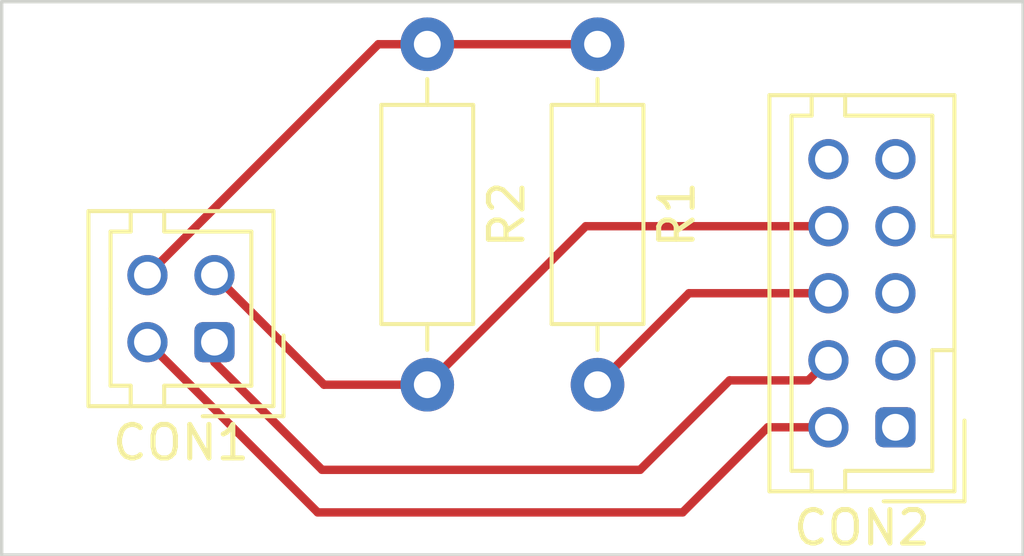
<source format=kicad_pcb>
(kicad_pcb (version 20171130) (host pcbnew 5.1.5+dfsg1-2build2)

  (general
    (thickness 1.6)
    (drawings 4)
    (tracks 19)
    (zones 0)
    (modules 4)
    (nets 12)
  )

  (page A4)
  (layers
    (0 F.Cu signal)
    (31 B.Cu signal)
    (32 B.Adhes user)
    (33 F.Adhes user)
    (34 B.Paste user)
    (35 F.Paste user)
    (36 B.SilkS user)
    (37 F.SilkS user)
    (38 B.Mask user)
    (39 F.Mask user)
    (40 Dwgs.User user)
    (41 Cmts.User user)
    (42 Eco1.User user)
    (43 Eco2.User user)
    (44 Edge.Cuts user)
    (45 Margin user)
    (46 B.CrtYd user)
    (47 F.CrtYd user)
    (48 B.Fab user)
    (49 F.Fab user)
  )

  (setup
    (last_trace_width 0.25)
    (trace_clearance 0.2)
    (zone_clearance 0.508)
    (zone_45_only no)
    (trace_min 0.2)
    (via_size 0.8)
    (via_drill 0.4)
    (via_min_size 0.4)
    (via_min_drill 0.3)
    (uvia_size 0.3)
    (uvia_drill 0.1)
    (uvias_allowed no)
    (uvia_min_size 0.2)
    (uvia_min_drill 0.1)
    (edge_width 0.1)
    (segment_width 0.2)
    (pcb_text_width 0.3)
    (pcb_text_size 1.5 1.5)
    (mod_edge_width 0.15)
    (mod_text_size 1 1)
    (mod_text_width 0.15)
    (pad_size 1.524 1.524)
    (pad_drill 0.762)
    (pad_to_mask_clearance 0)
    (aux_axis_origin 0 0)
    (visible_elements FFFFFF7F)
    (pcbplotparams
      (layerselection 0x010fc_ffffffff)
      (usegerberextensions false)
      (usegerberattributes false)
      (usegerberadvancedattributes false)
      (creategerberjobfile false)
      (excludeedgelayer true)
      (linewidth 0.100000)
      (plotframeref false)
      (viasonmask false)
      (mode 1)
      (useauxorigin false)
      (hpglpennumber 1)
      (hpglpenspeed 20)
      (hpglpendiameter 15.000000)
      (psnegative false)
      (psa4output false)
      (plotreference true)
      (plotvalue true)
      (plotinvisibletext false)
      (padsonsilk false)
      (subtractmaskfromsilk false)
      (outputformat 1)
      (mirror false)
      (drillshape 1)
      (scaleselection 1)
      (outputdirectory ""))
  )

  (net 0 "")
  (net 1 "Net-(CON1-Pada1)")
  (net 2 "Net-(CON1-Pada2)")
  (net 3 "Net-(CON1-Padb1)")
  (net 4 "Net-(CON1-Padb2)")
  (net 5 "Net-(CON2-Pada1)")
  (net 6 "Net-(CON2-Pada2)")
  (net 7 "Net-(CON2-Pada3)")
  (net 8 "Net-(CON2-Pada4)")
  (net 9 "Net-(CON2-Pada5)")
  (net 10 "Net-(CON2-Padb3)")
  (net 11 "Net-(CON2-Padb5)")

  (net_class Default "Dies ist die voreingestellte Netzklasse."
    (clearance 0.2)
    (trace_width 0.25)
    (via_dia 0.8)
    (via_drill 0.4)
    (uvia_dia 0.3)
    (uvia_drill 0.1)
    (add_net "Net-(CON1-Pada1)")
    (add_net "Net-(CON1-Pada2)")
    (add_net "Net-(CON1-Padb1)")
    (add_net "Net-(CON1-Padb2)")
    (add_net "Net-(CON2-Pada1)")
    (add_net "Net-(CON2-Pada2)")
    (add_net "Net-(CON2-Pada3)")
    (add_net "Net-(CON2-Pada4)")
    (add_net "Net-(CON2-Pada5)")
    (add_net "Net-(CON2-Padb3)")
    (add_net "Net-(CON2-Padb5)")
  )

  (module Connector_JAE:JAE_LY20-4P-DT1_2x02_P2.00mm_Vertical (layer F.Cu) (tedit 5B77F7C6) (tstamp 5FDDECCB)
    (at 30.48 31.75 180)
    (descr "Molex LY 20 series connector, LY20-4P-DT1, 2 Circuits (http://www.jae.com/z-en/pdf_download_exec.cfm?param=SJ103130.pdf), generated with kicad-footprint-generator")
    (tags "connector JAE  side entry")
    (path /5FDD5865)
    (fp_text reference CON1 (at 1 -3) (layer F.SilkS)
      (effects (font (size 1 1) (thickness 0.15)))
    )
    (fp_text value PI (at 1 5) (layer F.Fab)
      (effects (font (size 1 1) (thickness 0.15)))
    )
    (fp_line (start -1.65 -1.8) (end -1.65 3.8) (layer F.Fab) (width 0.1))
    (fp_line (start -1.65 3.8) (end 3.65 3.8) (layer F.Fab) (width 0.1))
    (fp_line (start 3.65 3.8) (end 3.65 -1.8) (layer F.Fab) (width 0.1))
    (fp_line (start 3.65 -1.8) (end -1.65 -1.8) (layer F.Fab) (width 0.1))
    (fp_line (start -1.76 -1.91) (end -1.76 3.91) (layer F.SilkS) (width 0.12))
    (fp_line (start -1.76 3.91) (end 3.76 3.91) (layer F.SilkS) (width 0.12))
    (fp_line (start 3.76 3.91) (end 3.76 -1.91) (layer F.SilkS) (width 0.12))
    (fp_line (start 3.76 -1.91) (end -1.76 -1.91) (layer F.SilkS) (width 0.12))
    (fp_line (start 1.5 -1.91) (end 1.5 -1.3) (layer F.SilkS) (width 0.12))
    (fp_line (start 1.5 -1.3) (end -1.1 -1.3) (layer F.SilkS) (width 0.12))
    (fp_line (start -1.1 -1.3) (end -1.1 1) (layer F.SilkS) (width 0.12))
    (fp_line (start 1.5 3.91) (end 1.5 3.3) (layer F.SilkS) (width 0.12))
    (fp_line (start 1.5 3.3) (end -1.1 3.3) (layer F.SilkS) (width 0.12))
    (fp_line (start -1.1 3.3) (end -1.1 1) (layer F.SilkS) (width 0.12))
    (fp_line (start 2.5 -1.91) (end 2.5 -1.3) (layer F.SilkS) (width 0.12))
    (fp_line (start 2.5 -1.3) (end 3.1 -1.3) (layer F.SilkS) (width 0.12))
    (fp_line (start 3.1 -1.3) (end 3.1 1) (layer F.SilkS) (width 0.12))
    (fp_line (start 2.5 3.91) (end 2.5 3.3) (layer F.SilkS) (width 0.12))
    (fp_line (start 2.5 3.3) (end 3.1 3.3) (layer F.SilkS) (width 0.12))
    (fp_line (start 3.1 3.3) (end 3.1 1) (layer F.SilkS) (width 0.12))
    (fp_line (start 0.35 -2.21) (end -2.06 -2.21) (layer F.SilkS) (width 0.12))
    (fp_line (start -2.06 -2.21) (end -2.06 0.2) (layer F.SilkS) (width 0.12))
    (fp_line (start -1.65 0.5) (end -0.942893 0) (layer F.Fab) (width 0.1))
    (fp_line (start -0.942893 0) (end -1.65 -0.5) (layer F.Fab) (width 0.1))
    (fp_line (start -2.15 -2.3) (end -2.15 4.3) (layer F.CrtYd) (width 0.05))
    (fp_line (start -2.15 4.3) (end 4.15 4.3) (layer F.CrtYd) (width 0.05))
    (fp_line (start 4.15 4.3) (end 4.15 -2.3) (layer F.CrtYd) (width 0.05))
    (fp_line (start 4.15 -2.3) (end -2.15 -2.3) (layer F.CrtYd) (width 0.05))
    (fp_text user %R (at 2.95 1 90) (layer F.Fab)
      (effects (font (size 1 1) (thickness 0.15)))
    )
    (pad a1 thru_hole roundrect (at 0 0 180) (size 1.2 1.2) (drill 0.8) (layers *.Cu *.Mask) (roundrect_rratio 0.208333)
      (net 1 "Net-(CON1-Pada1)"))
    (pad a2 thru_hole circle (at 0 2 180) (size 1.2 1.2) (drill 0.8) (layers *.Cu *.Mask)
      (net 2 "Net-(CON1-Pada2)"))
    (pad b1 thru_hole circle (at 2 0 180) (size 1.2 1.2) (drill 0.8) (layers *.Cu *.Mask)
      (net 3 "Net-(CON1-Padb1)"))
    (pad b2 thru_hole circle (at 2 2 180) (size 1.2 1.2) (drill 0.8) (layers *.Cu *.Mask)
      (net 4 "Net-(CON1-Padb2)"))
    (model ${KISYS3DMOD}/Connector_JAE.3dshapes/JAE_LY20-4P-DT1_2x02_P2.00mm_Vertical.wrl
      (at (xyz 0 0 0))
      (scale (xyz 1 1 1))
      (rotate (xyz 0 0 0))
    )
  )

  (module Connector_JAE:JAE_LY20-10P-DT1_2x05_P2.00mm_Vertical (layer F.Cu) (tedit 5B77F7C6) (tstamp 5FDE1132)
    (at 50.8 34.29 180)
    (descr "Molex LY 20 series connector, LY20-10P-DT1, 5 Circuits (http://www.jae.com/z-en/pdf_download_exec.cfm?param=SJ103130.pdf), generated with kicad-footprint-generator")
    (tags "connector JAE  side entry")
    (path /5FDD3936)
    (fp_text reference CON2 (at 1 -3) (layer F.SilkS)
      (effects (font (size 1 1) (thickness 0.15)))
    )
    (fp_text value HC-SR04 (at 1 11) (layer F.Fab)
      (effects (font (size 1 1) (thickness 0.15)))
    )
    (fp_line (start -1.65 -1.8) (end -1.65 9.8) (layer F.Fab) (width 0.1))
    (fp_line (start -1.65 9.8) (end 3.65 9.8) (layer F.Fab) (width 0.1))
    (fp_line (start 3.65 9.8) (end 3.65 -1.8) (layer F.Fab) (width 0.1))
    (fp_line (start 3.65 -1.8) (end -1.65 -1.8) (layer F.Fab) (width 0.1))
    (fp_line (start -1.76 -1.91) (end -1.76 9.91) (layer F.SilkS) (width 0.12))
    (fp_line (start -1.76 9.91) (end 3.76 9.91) (layer F.SilkS) (width 0.12))
    (fp_line (start 3.76 9.91) (end 3.76 -1.91) (layer F.SilkS) (width 0.12))
    (fp_line (start 3.76 -1.91) (end -1.76 -1.91) (layer F.SilkS) (width 0.12))
    (fp_line (start 1.5 -1.91) (end 1.5 -1.3) (layer F.SilkS) (width 0.12))
    (fp_line (start 1.5 -1.3) (end -1.1 -1.3) (layer F.SilkS) (width 0.12))
    (fp_line (start -1.1 -1.3) (end -1.1 2.3) (layer F.SilkS) (width 0.12))
    (fp_line (start -1.1 2.3) (end -1.76 2.3) (layer F.SilkS) (width 0.12))
    (fp_line (start 1.5 9.91) (end 1.5 9.3) (layer F.SilkS) (width 0.12))
    (fp_line (start 1.5 9.3) (end -1.1 9.3) (layer F.SilkS) (width 0.12))
    (fp_line (start -1.1 9.3) (end -1.1 5.7) (layer F.SilkS) (width 0.12))
    (fp_line (start -1.1 5.7) (end -1.76 5.7) (layer F.SilkS) (width 0.12))
    (fp_line (start 2.5 -1.91) (end 2.5 -1.3) (layer F.SilkS) (width 0.12))
    (fp_line (start 2.5 -1.3) (end 3.1 -1.3) (layer F.SilkS) (width 0.12))
    (fp_line (start 3.1 -1.3) (end 3.1 4) (layer F.SilkS) (width 0.12))
    (fp_line (start 2.5 9.91) (end 2.5 9.3) (layer F.SilkS) (width 0.12))
    (fp_line (start 2.5 9.3) (end 3.1 9.3) (layer F.SilkS) (width 0.12))
    (fp_line (start 3.1 9.3) (end 3.1 4) (layer F.SilkS) (width 0.12))
    (fp_line (start 0.35 -2.21) (end -2.06 -2.21) (layer F.SilkS) (width 0.12))
    (fp_line (start -2.06 -2.21) (end -2.06 0.2) (layer F.SilkS) (width 0.12))
    (fp_line (start -1.65 0.5) (end -0.942893 0) (layer F.Fab) (width 0.1))
    (fp_line (start -0.942893 0) (end -1.65 -0.5) (layer F.Fab) (width 0.1))
    (fp_line (start -2.15 -2.3) (end -2.15 10.3) (layer F.CrtYd) (width 0.05))
    (fp_line (start -2.15 10.3) (end 4.15 10.3) (layer F.CrtYd) (width 0.05))
    (fp_line (start 4.15 10.3) (end 4.15 -2.3) (layer F.CrtYd) (width 0.05))
    (fp_line (start 4.15 -2.3) (end -2.15 -2.3) (layer F.CrtYd) (width 0.05))
    (fp_text user %R (at 2.95 4 90) (layer F.Fab)
      (effects (font (size 1 1) (thickness 0.15)))
    )
    (pad a1 thru_hole roundrect (at 0 0 180) (size 1.2 1.2) (drill 0.8) (layers *.Cu *.Mask) (roundrect_rratio 0.208333)
      (net 5 "Net-(CON2-Pada1)"))
    (pad a2 thru_hole circle (at 0 2 180) (size 1.2 1.2) (drill 0.8) (layers *.Cu *.Mask)
      (net 6 "Net-(CON2-Pada2)"))
    (pad a3 thru_hole circle (at 0 4 180) (size 1.2 1.2) (drill 0.8) (layers *.Cu *.Mask)
      (net 7 "Net-(CON2-Pada3)"))
    (pad a4 thru_hole circle (at 0 6 180) (size 1.2 1.2) (drill 0.8) (layers *.Cu *.Mask)
      (net 8 "Net-(CON2-Pada4)"))
    (pad a5 thru_hole circle (at 0 8 180) (size 1.2 1.2) (drill 0.8) (layers *.Cu *.Mask)
      (net 9 "Net-(CON2-Pada5)"))
    (pad b1 thru_hole circle (at 2 0 180) (size 1.2 1.2) (drill 0.8) (layers *.Cu *.Mask)
      (net 3 "Net-(CON1-Padb1)"))
    (pad b2 thru_hole circle (at 2 2 180) (size 1.2 1.2) (drill 0.8) (layers *.Cu *.Mask)
      (net 1 "Net-(CON1-Pada1)"))
    (pad b3 thru_hole circle (at 2 4 180) (size 1.2 1.2) (drill 0.8) (layers *.Cu *.Mask)
      (net 10 "Net-(CON2-Padb3)"))
    (pad b4 thru_hole circle (at 2 6 180) (size 1.2 1.2) (drill 0.8) (layers *.Cu *.Mask)
      (net 2 "Net-(CON1-Pada2)"))
    (pad b5 thru_hole circle (at 2 8 180) (size 1.2 1.2) (drill 0.8) (layers *.Cu *.Mask)
      (net 11 "Net-(CON2-Padb5)"))
    (model ${KISYS3DMOD}/Connector_JAE.3dshapes/JAE_LY20-10P-DT1_2x05_P2.00mm_Vertical.wrl
      (at (xyz 0 0 0))
      (scale (xyz 1 1 1))
      (rotate (xyz 0 0 0))
    )
  )

  (module Resistor_THT:R_Axial_DIN0207_L6.3mm_D2.5mm_P10.16mm_Horizontal (layer F.Cu) (tedit 5AE5139B) (tstamp 5FDE1AE9)
    (at 41.91 22.86 270)
    (descr "Resistor, Axial_DIN0207 series, Axial, Horizontal, pin pitch=10.16mm, 0.25W = 1/4W, length*diameter=6.3*2.5mm^2, http://cdn-reichelt.de/documents/datenblatt/B400/1_4W%23YAG.pdf")
    (tags "Resistor Axial_DIN0207 series Axial Horizontal pin pitch 10.16mm 0.25W = 1/4W length 6.3mm diameter 2.5mm")
    (path /5FDDED4F)
    (fp_text reference R1 (at 5.08 -2.37 90) (layer F.SilkS)
      (effects (font (size 1 1) (thickness 0.15)))
    )
    (fp_text value R330 (at 5.08 2.37 90) (layer F.Fab)
      (effects (font (size 1 1) (thickness 0.15)))
    )
    (fp_line (start 1.93 -1.25) (end 1.93 1.25) (layer F.Fab) (width 0.1))
    (fp_line (start 1.93 1.25) (end 8.23 1.25) (layer F.Fab) (width 0.1))
    (fp_line (start 8.23 1.25) (end 8.23 -1.25) (layer F.Fab) (width 0.1))
    (fp_line (start 8.23 -1.25) (end 1.93 -1.25) (layer F.Fab) (width 0.1))
    (fp_line (start 0 0) (end 1.93 0) (layer F.Fab) (width 0.1))
    (fp_line (start 10.16 0) (end 8.23 0) (layer F.Fab) (width 0.1))
    (fp_line (start 1.81 -1.37) (end 1.81 1.37) (layer F.SilkS) (width 0.12))
    (fp_line (start 1.81 1.37) (end 8.35 1.37) (layer F.SilkS) (width 0.12))
    (fp_line (start 8.35 1.37) (end 8.35 -1.37) (layer F.SilkS) (width 0.12))
    (fp_line (start 8.35 -1.37) (end 1.81 -1.37) (layer F.SilkS) (width 0.12))
    (fp_line (start 1.04 0) (end 1.81 0) (layer F.SilkS) (width 0.12))
    (fp_line (start 9.12 0) (end 8.35 0) (layer F.SilkS) (width 0.12))
    (fp_line (start -1.05 -1.5) (end -1.05 1.5) (layer F.CrtYd) (width 0.05))
    (fp_line (start -1.05 1.5) (end 11.21 1.5) (layer F.CrtYd) (width 0.05))
    (fp_line (start 11.21 1.5) (end 11.21 -1.5) (layer F.CrtYd) (width 0.05))
    (fp_line (start 11.21 -1.5) (end -1.05 -1.5) (layer F.CrtYd) (width 0.05))
    (fp_text user %R (at 5.08 0 90) (layer F.Fab)
      (effects (font (size 1 1) (thickness 0.15)))
    )
    (pad 1 thru_hole circle (at 0 0 270) (size 1.6 1.6) (drill 0.8) (layers *.Cu *.Mask)
      (net 4 "Net-(CON1-Padb2)"))
    (pad 2 thru_hole oval (at 10.16 0 270) (size 1.6 1.6) (drill 0.8) (layers *.Cu *.Mask)
      (net 10 "Net-(CON2-Padb3)"))
    (model ${KISYS3DMOD}/Resistor_THT.3dshapes/R_Axial_DIN0207_L6.3mm_D2.5mm_P10.16mm_Horizontal.wrl
      (at (xyz 0 0 0))
      (scale (xyz 1 1 1))
      (rotate (xyz 0 0 0))
    )
  )

  (module Resistor_THT:R_Axial_DIN0207_L6.3mm_D2.5mm_P10.16mm_Horizontal (layer F.Cu) (tedit 5AE5139B) (tstamp 5FDE1AFF)
    (at 36.83 22.86 270)
    (descr "Resistor, Axial_DIN0207 series, Axial, Horizontal, pin pitch=10.16mm, 0.25W = 1/4W, length*diameter=6.3*2.5mm^2, http://cdn-reichelt.de/documents/datenblatt/B400/1_4W%23YAG.pdf")
    (tags "Resistor Axial_DIN0207 series Axial Horizontal pin pitch 10.16mm 0.25W = 1/4W length 6.3mm diameter 2.5mm")
    (path /5FDDF1EC)
    (fp_text reference R2 (at 5.08 -2.37 90) (layer F.SilkS)
      (effects (font (size 1 1) (thickness 0.15)))
    )
    (fp_text value R10K (at 5.08 2.37 90) (layer F.Fab)
      (effects (font (size 1 1) (thickness 0.15)))
    )
    (fp_text user %R (at 5.08 0 90) (layer F.Fab)
      (effects (font (size 1 1) (thickness 0.15)))
    )
    (fp_line (start 11.21 -1.5) (end -1.05 -1.5) (layer F.CrtYd) (width 0.05))
    (fp_line (start 11.21 1.5) (end 11.21 -1.5) (layer F.CrtYd) (width 0.05))
    (fp_line (start -1.05 1.5) (end 11.21 1.5) (layer F.CrtYd) (width 0.05))
    (fp_line (start -1.05 -1.5) (end -1.05 1.5) (layer F.CrtYd) (width 0.05))
    (fp_line (start 9.12 0) (end 8.35 0) (layer F.SilkS) (width 0.12))
    (fp_line (start 1.04 0) (end 1.81 0) (layer F.SilkS) (width 0.12))
    (fp_line (start 8.35 -1.37) (end 1.81 -1.37) (layer F.SilkS) (width 0.12))
    (fp_line (start 8.35 1.37) (end 8.35 -1.37) (layer F.SilkS) (width 0.12))
    (fp_line (start 1.81 1.37) (end 8.35 1.37) (layer F.SilkS) (width 0.12))
    (fp_line (start 1.81 -1.37) (end 1.81 1.37) (layer F.SilkS) (width 0.12))
    (fp_line (start 10.16 0) (end 8.23 0) (layer F.Fab) (width 0.1))
    (fp_line (start 0 0) (end 1.93 0) (layer F.Fab) (width 0.1))
    (fp_line (start 8.23 -1.25) (end 1.93 -1.25) (layer F.Fab) (width 0.1))
    (fp_line (start 8.23 1.25) (end 8.23 -1.25) (layer F.Fab) (width 0.1))
    (fp_line (start 1.93 1.25) (end 8.23 1.25) (layer F.Fab) (width 0.1))
    (fp_line (start 1.93 -1.25) (end 1.93 1.25) (layer F.Fab) (width 0.1))
    (pad 2 thru_hole oval (at 10.16 0 270) (size 1.6 1.6) (drill 0.8) (layers *.Cu *.Mask)
      (net 2 "Net-(CON1-Pada2)"))
    (pad 1 thru_hole circle (at 0 0 270) (size 1.6 1.6) (drill 0.8) (layers *.Cu *.Mask)
      (net 4 "Net-(CON1-Padb2)"))
    (model ${KISYS3DMOD}/Resistor_THT.3dshapes/R_Axial_DIN0207_L6.3mm_D2.5mm_P10.16mm_Horizontal.wrl
      (at (xyz 0 0 0))
      (scale (xyz 1 1 1))
      (rotate (xyz 0 0 0))
    )
  )

  (gr_line (start 54.61 21.59) (end 24.13 21.59) (layer Edge.Cuts) (width 0.1) (tstamp 5FDE1DF5))
  (gr_line (start 54.61 38.1) (end 54.61 21.59) (layer Edge.Cuts) (width 0.1))
  (gr_line (start 24.13 38.1) (end 54.61 38.1) (layer Edge.Cuts) (width 0.1))
  (gr_line (start 24.13 21.59) (end 24.13 38.1) (layer Edge.Cuts) (width 0.1))

  (segment (start 48.200001 32.889999) (end 45.850001 32.889999) (width 0.25) (layer F.Cu) (net 1))
  (segment (start 48.8 32.29) (end 48.200001 32.889999) (width 0.25) (layer F.Cu) (net 1))
  (segment (start 45.850001 32.889999) (end 43.18 35.56) (width 0.25) (layer F.Cu) (net 1))
  (segment (start 30.48 32.35) (end 30.48 31.75) (width 0.25) (layer F.Cu) (net 1))
  (segment (start 33.69 35.56) (end 30.48 32.35) (width 0.25) (layer F.Cu) (net 1))
  (segment (start 43.18 35.56) (end 33.69 35.56) (width 0.25) (layer F.Cu) (net 1))
  (segment (start 41.56 28.29) (end 36.83 33.02) (width 0.25) (layer F.Cu) (net 2))
  (segment (start 48.8 28.29) (end 41.56 28.29) (width 0.25) (layer F.Cu) (net 2))
  (segment (start 33.75 33.02) (end 30.48 29.75) (width 0.25) (layer F.Cu) (net 2))
  (segment (start 36.83 33.02) (end 33.75 33.02) (width 0.25) (layer F.Cu) (net 2))
  (segment (start 48.8 34.29) (end 46.99 34.29) (width 0.25) (layer F.Cu) (net 3))
  (segment (start 46.99 34.29) (end 44.45 36.83) (width 0.25) (layer F.Cu) (net 3))
  (segment (start 33.56 36.83) (end 28.48 31.75) (width 0.25) (layer F.Cu) (net 3))
  (segment (start 44.45 36.83) (end 33.56 36.83) (width 0.25) (layer F.Cu) (net 3))
  (segment (start 41.91 22.86) (end 36.83 22.86) (width 0.25) (layer F.Cu) (net 4))
  (segment (start 35.37 22.86) (end 28.48 29.75) (width 0.25) (layer F.Cu) (net 4))
  (segment (start 36.83 22.86) (end 35.37 22.86) (width 0.25) (layer F.Cu) (net 4))
  (segment (start 44.64 30.29) (end 41.91 33.02) (width 0.25) (layer F.Cu) (net 10))
  (segment (start 48.8 30.29) (end 44.64 30.29) (width 0.25) (layer F.Cu) (net 10))

)

</source>
